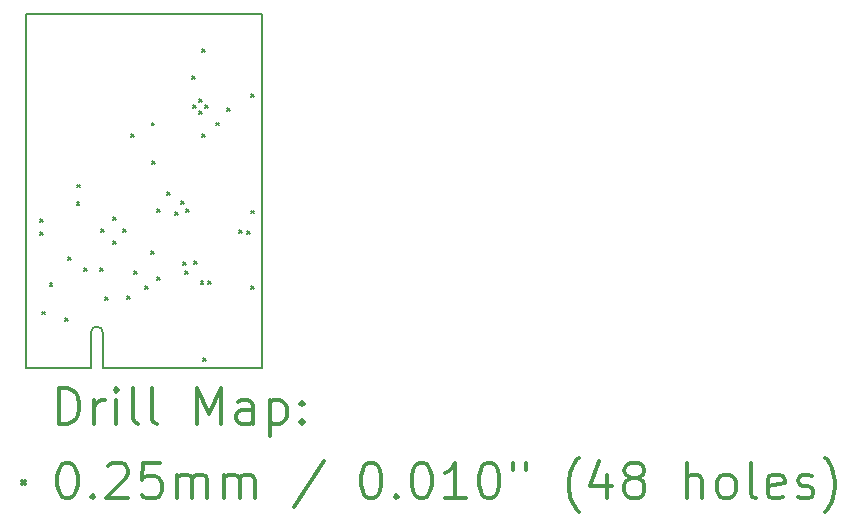
<source format=gbr>
%FSLAX45Y45*%
G04 Gerber Fmt 4.5, Leading zero omitted, Abs format (unit mm)*
G04 Created by KiCad (PCBNEW 5.1.4-e60b266~84~ubuntu16.04.1) date 2019-11-09 12:49:25*
%MOMM*%
%LPD*%
G04 APERTURE LIST*
%ADD10C,0.150000*%
%ADD11C,0.200000*%
%ADD12C,0.300000*%
G04 APERTURE END LIST*
D10*
X550000Y300000D02*
G75*
G02X650000Y300000I50000J0D01*
G01*
X2000000Y0D02*
X650000Y0D01*
X650000Y0D02*
X650000Y300000D01*
X550000Y0D02*
X550000Y300000D01*
X0Y0D02*
X0Y3000000D01*
X550000Y0D02*
X0Y0D01*
X2000000Y3000000D02*
X2000000Y0D01*
X0Y3000000D02*
X2000000Y3000000D01*
D11*
X117500Y1262500D02*
X142500Y1237500D01*
X142500Y1262500D02*
X117500Y1237500D01*
X117500Y1152500D02*
X142500Y1127500D01*
X142500Y1152500D02*
X117500Y1127500D01*
X137500Y477500D02*
X162500Y452500D01*
X162500Y477500D02*
X137500Y452500D01*
X199000Y721000D02*
X224000Y696000D01*
X224000Y721000D02*
X199000Y696000D01*
X327500Y422500D02*
X352500Y397500D01*
X352500Y422500D02*
X327500Y397500D01*
X357500Y942500D02*
X382500Y917500D01*
X382500Y942500D02*
X357500Y917500D01*
X427500Y1407500D02*
X452500Y1382500D01*
X452500Y1407500D02*
X427500Y1382500D01*
X432500Y1552500D02*
X457500Y1527500D01*
X457500Y1552500D02*
X432500Y1527500D01*
X487500Y842500D02*
X512500Y817500D01*
X512500Y842500D02*
X487500Y817500D01*
X627500Y842500D02*
X652500Y817500D01*
X652500Y842500D02*
X627500Y817500D01*
X637500Y1177500D02*
X662500Y1152500D01*
X662500Y1177500D02*
X637500Y1152500D01*
X667500Y597500D02*
X692500Y572500D01*
X692500Y597500D02*
X667500Y572500D01*
X737500Y1277500D02*
X762500Y1252500D01*
X762500Y1277500D02*
X737500Y1252500D01*
X737500Y1077500D02*
X762500Y1052500D01*
X762500Y1077500D02*
X737500Y1052500D01*
X822500Y1177500D02*
X847500Y1152500D01*
X847500Y1177500D02*
X822500Y1152500D01*
X857500Y612500D02*
X882500Y587500D01*
X882500Y612500D02*
X857500Y587500D01*
X892500Y1982500D02*
X917500Y1957500D01*
X917500Y1982500D02*
X892500Y1957500D01*
X912500Y822500D02*
X937500Y797500D01*
X937500Y822500D02*
X912500Y797500D01*
X1010000Y695000D02*
X1035000Y670000D01*
X1035000Y695000D02*
X1010000Y670000D01*
X1057500Y992500D02*
X1082500Y967500D01*
X1082500Y992500D02*
X1057500Y967500D01*
X1062500Y2077500D02*
X1087500Y2052500D01*
X1087500Y2077500D02*
X1062500Y2052500D01*
X1067500Y1752500D02*
X1092500Y1727500D01*
X1092500Y1752500D02*
X1067500Y1727500D01*
X1107500Y1347500D02*
X1132500Y1322500D01*
X1132500Y1347500D02*
X1107500Y1322500D01*
X1107500Y767500D02*
X1132500Y742500D01*
X1132500Y767500D02*
X1107500Y742500D01*
X1192500Y1492500D02*
X1217500Y1467500D01*
X1217500Y1492500D02*
X1192500Y1467500D01*
X1262500Y1322500D02*
X1287500Y1297500D01*
X1287500Y1322500D02*
X1262500Y1297500D01*
X1312500Y1412500D02*
X1337500Y1387500D01*
X1337500Y1412500D02*
X1312500Y1387500D01*
X1332500Y897500D02*
X1357500Y872500D01*
X1357500Y897500D02*
X1332500Y872500D01*
X1342500Y822500D02*
X1367500Y797500D01*
X1367500Y822500D02*
X1342500Y797500D01*
X1357500Y1342500D02*
X1382500Y1317500D01*
X1382500Y1342500D02*
X1357500Y1317500D01*
X1407500Y2472500D02*
X1432500Y2447500D01*
X1432500Y2472500D02*
X1407500Y2447500D01*
X1412500Y2227500D02*
X1437500Y2202500D01*
X1437500Y2227500D02*
X1412500Y2202500D01*
X1422500Y902500D02*
X1447500Y877500D01*
X1447500Y902500D02*
X1422500Y877500D01*
X1462500Y2277500D02*
X1487500Y2252500D01*
X1487500Y2277500D02*
X1462500Y2252500D01*
X1462500Y2177500D02*
X1487500Y2152500D01*
X1487500Y2177500D02*
X1462500Y2152500D01*
X1477500Y732500D02*
X1502500Y707500D01*
X1502500Y732500D02*
X1477500Y707500D01*
X1487500Y2702500D02*
X1512500Y2677500D01*
X1512500Y2702500D02*
X1487500Y2677500D01*
X1487500Y1982500D02*
X1512500Y1957500D01*
X1512500Y1982500D02*
X1487500Y1957500D01*
X1502500Y82500D02*
X1527500Y57500D01*
X1527500Y82500D02*
X1502500Y57500D01*
X1512500Y2227500D02*
X1537500Y2202500D01*
X1537500Y2227500D02*
X1512500Y2202500D01*
X1542500Y732500D02*
X1567500Y707500D01*
X1567500Y732500D02*
X1542500Y707500D01*
X1612500Y2077500D02*
X1637500Y2052500D01*
X1637500Y2077500D02*
X1612500Y2052500D01*
X1702500Y2202500D02*
X1727500Y2177500D01*
X1727500Y2202500D02*
X1702500Y2177500D01*
X1803500Y1163500D02*
X1828500Y1138500D01*
X1828500Y1163500D02*
X1803500Y1138500D01*
X1867500Y1162500D02*
X1892500Y1137500D01*
X1892500Y1162500D02*
X1867500Y1137500D01*
X1902500Y2322500D02*
X1927500Y2297500D01*
X1927500Y2322500D02*
X1902500Y2297500D01*
X1902500Y1332500D02*
X1927500Y1307500D01*
X1927500Y1332500D02*
X1902500Y1307500D01*
X1902500Y692500D02*
X1927500Y667500D01*
X1927500Y692500D02*
X1902500Y667500D01*
D12*
X278928Y-473214D02*
X278928Y-173214D01*
X350357Y-173214D01*
X393214Y-187500D01*
X421786Y-216071D01*
X436071Y-244643D01*
X450357Y-301786D01*
X450357Y-344643D01*
X436071Y-401786D01*
X421786Y-430357D01*
X393214Y-458929D01*
X350357Y-473214D01*
X278928Y-473214D01*
X578928Y-473214D02*
X578928Y-273214D01*
X578928Y-330357D02*
X593214Y-301786D01*
X607500Y-287500D01*
X636071Y-273214D01*
X664643Y-273214D01*
X764643Y-473214D02*
X764643Y-273214D01*
X764643Y-173214D02*
X750357Y-187500D01*
X764643Y-201786D01*
X778928Y-187500D01*
X764643Y-173214D01*
X764643Y-201786D01*
X950357Y-473214D02*
X921786Y-458929D01*
X907500Y-430357D01*
X907500Y-173214D01*
X1107500Y-473214D02*
X1078928Y-458929D01*
X1064643Y-430357D01*
X1064643Y-173214D01*
X1450357Y-473214D02*
X1450357Y-173214D01*
X1550357Y-387500D01*
X1650357Y-173214D01*
X1650357Y-473214D01*
X1921786Y-473214D02*
X1921786Y-316072D01*
X1907500Y-287500D01*
X1878928Y-273214D01*
X1821786Y-273214D01*
X1793214Y-287500D01*
X1921786Y-458929D02*
X1893214Y-473214D01*
X1821786Y-473214D01*
X1793214Y-458929D01*
X1778928Y-430357D01*
X1778928Y-401786D01*
X1793214Y-373214D01*
X1821786Y-358929D01*
X1893214Y-358929D01*
X1921786Y-344643D01*
X2064643Y-273214D02*
X2064643Y-573214D01*
X2064643Y-287500D02*
X2093214Y-273214D01*
X2150357Y-273214D01*
X2178928Y-287500D01*
X2193214Y-301786D01*
X2207500Y-330357D01*
X2207500Y-416071D01*
X2193214Y-444643D01*
X2178928Y-458929D01*
X2150357Y-473214D01*
X2093214Y-473214D01*
X2064643Y-458929D01*
X2336071Y-444643D02*
X2350357Y-458929D01*
X2336071Y-473214D01*
X2321786Y-458929D01*
X2336071Y-444643D01*
X2336071Y-473214D01*
X2336071Y-287500D02*
X2350357Y-301786D01*
X2336071Y-316072D01*
X2321786Y-301786D01*
X2336071Y-287500D01*
X2336071Y-316072D01*
X-32500Y-955000D02*
X-7500Y-980000D01*
X-7500Y-955000D02*
X-32500Y-980000D01*
X336071Y-803214D02*
X364643Y-803214D01*
X393214Y-817500D01*
X407500Y-831786D01*
X421786Y-860357D01*
X436071Y-917500D01*
X436071Y-988929D01*
X421786Y-1046071D01*
X407500Y-1074643D01*
X393214Y-1088929D01*
X364643Y-1103214D01*
X336071Y-1103214D01*
X307500Y-1088929D01*
X293214Y-1074643D01*
X278928Y-1046071D01*
X264643Y-988929D01*
X264643Y-917500D01*
X278928Y-860357D01*
X293214Y-831786D01*
X307500Y-817500D01*
X336071Y-803214D01*
X564643Y-1074643D02*
X578928Y-1088929D01*
X564643Y-1103214D01*
X550357Y-1088929D01*
X564643Y-1074643D01*
X564643Y-1103214D01*
X693214Y-831786D02*
X707500Y-817500D01*
X736071Y-803214D01*
X807500Y-803214D01*
X836071Y-817500D01*
X850357Y-831786D01*
X864643Y-860357D01*
X864643Y-888929D01*
X850357Y-931786D01*
X678928Y-1103214D01*
X864643Y-1103214D01*
X1136071Y-803214D02*
X993214Y-803214D01*
X978928Y-946071D01*
X993214Y-931786D01*
X1021786Y-917500D01*
X1093214Y-917500D01*
X1121786Y-931786D01*
X1136071Y-946071D01*
X1150357Y-974643D01*
X1150357Y-1046071D01*
X1136071Y-1074643D01*
X1121786Y-1088929D01*
X1093214Y-1103214D01*
X1021786Y-1103214D01*
X993214Y-1088929D01*
X978928Y-1074643D01*
X1278928Y-1103214D02*
X1278928Y-903214D01*
X1278928Y-931786D02*
X1293214Y-917500D01*
X1321786Y-903214D01*
X1364643Y-903214D01*
X1393214Y-917500D01*
X1407500Y-946071D01*
X1407500Y-1103214D01*
X1407500Y-946071D02*
X1421786Y-917500D01*
X1450357Y-903214D01*
X1493214Y-903214D01*
X1521786Y-917500D01*
X1536071Y-946071D01*
X1536071Y-1103214D01*
X1678928Y-1103214D02*
X1678928Y-903214D01*
X1678928Y-931786D02*
X1693214Y-917500D01*
X1721786Y-903214D01*
X1764643Y-903214D01*
X1793214Y-917500D01*
X1807500Y-946071D01*
X1807500Y-1103214D01*
X1807500Y-946071D02*
X1821786Y-917500D01*
X1850357Y-903214D01*
X1893214Y-903214D01*
X1921786Y-917500D01*
X1936071Y-946071D01*
X1936071Y-1103214D01*
X2521786Y-788929D02*
X2264643Y-1174643D01*
X2907500Y-803214D02*
X2936071Y-803214D01*
X2964643Y-817500D01*
X2978928Y-831786D01*
X2993214Y-860357D01*
X3007500Y-917500D01*
X3007500Y-988929D01*
X2993214Y-1046071D01*
X2978928Y-1074643D01*
X2964643Y-1088929D01*
X2936071Y-1103214D01*
X2907500Y-1103214D01*
X2878928Y-1088929D01*
X2864643Y-1074643D01*
X2850357Y-1046071D01*
X2836071Y-988929D01*
X2836071Y-917500D01*
X2850357Y-860357D01*
X2864643Y-831786D01*
X2878928Y-817500D01*
X2907500Y-803214D01*
X3136071Y-1074643D02*
X3150357Y-1088929D01*
X3136071Y-1103214D01*
X3121786Y-1088929D01*
X3136071Y-1074643D01*
X3136071Y-1103214D01*
X3336071Y-803214D02*
X3364643Y-803214D01*
X3393214Y-817500D01*
X3407500Y-831786D01*
X3421786Y-860357D01*
X3436071Y-917500D01*
X3436071Y-988929D01*
X3421786Y-1046071D01*
X3407500Y-1074643D01*
X3393214Y-1088929D01*
X3364643Y-1103214D01*
X3336071Y-1103214D01*
X3307500Y-1088929D01*
X3293214Y-1074643D01*
X3278928Y-1046071D01*
X3264643Y-988929D01*
X3264643Y-917500D01*
X3278928Y-860357D01*
X3293214Y-831786D01*
X3307500Y-817500D01*
X3336071Y-803214D01*
X3721786Y-1103214D02*
X3550357Y-1103214D01*
X3636071Y-1103214D02*
X3636071Y-803214D01*
X3607500Y-846071D01*
X3578928Y-874643D01*
X3550357Y-888929D01*
X3907500Y-803214D02*
X3936071Y-803214D01*
X3964643Y-817500D01*
X3978928Y-831786D01*
X3993214Y-860357D01*
X4007500Y-917500D01*
X4007500Y-988929D01*
X3993214Y-1046071D01*
X3978928Y-1074643D01*
X3964643Y-1088929D01*
X3936071Y-1103214D01*
X3907500Y-1103214D01*
X3878928Y-1088929D01*
X3864643Y-1074643D01*
X3850357Y-1046071D01*
X3836071Y-988929D01*
X3836071Y-917500D01*
X3850357Y-860357D01*
X3864643Y-831786D01*
X3878928Y-817500D01*
X3907500Y-803214D01*
X4121786Y-803214D02*
X4121786Y-860357D01*
X4236071Y-803214D02*
X4236071Y-860357D01*
X4678928Y-1217500D02*
X4664643Y-1203214D01*
X4636071Y-1160357D01*
X4621786Y-1131786D01*
X4607500Y-1088929D01*
X4593214Y-1017500D01*
X4593214Y-960357D01*
X4607500Y-888929D01*
X4621786Y-846071D01*
X4636071Y-817500D01*
X4664643Y-774643D01*
X4678928Y-760357D01*
X4921786Y-903214D02*
X4921786Y-1103214D01*
X4850357Y-788929D02*
X4778928Y-1003214D01*
X4964643Y-1003214D01*
X5121786Y-931786D02*
X5093214Y-917500D01*
X5078928Y-903214D01*
X5064643Y-874643D01*
X5064643Y-860357D01*
X5078928Y-831786D01*
X5093214Y-817500D01*
X5121786Y-803214D01*
X5178928Y-803214D01*
X5207500Y-817500D01*
X5221786Y-831786D01*
X5236071Y-860357D01*
X5236071Y-874643D01*
X5221786Y-903214D01*
X5207500Y-917500D01*
X5178928Y-931786D01*
X5121786Y-931786D01*
X5093214Y-946071D01*
X5078928Y-960357D01*
X5064643Y-988929D01*
X5064643Y-1046071D01*
X5078928Y-1074643D01*
X5093214Y-1088929D01*
X5121786Y-1103214D01*
X5178928Y-1103214D01*
X5207500Y-1088929D01*
X5221786Y-1074643D01*
X5236071Y-1046071D01*
X5236071Y-988929D01*
X5221786Y-960357D01*
X5207500Y-946071D01*
X5178928Y-931786D01*
X5593214Y-1103214D02*
X5593214Y-803214D01*
X5721786Y-1103214D02*
X5721786Y-946071D01*
X5707500Y-917500D01*
X5678928Y-903214D01*
X5636071Y-903214D01*
X5607500Y-917500D01*
X5593214Y-931786D01*
X5907500Y-1103214D02*
X5878928Y-1088929D01*
X5864643Y-1074643D01*
X5850357Y-1046071D01*
X5850357Y-960357D01*
X5864643Y-931786D01*
X5878928Y-917500D01*
X5907500Y-903214D01*
X5950357Y-903214D01*
X5978928Y-917500D01*
X5993214Y-931786D01*
X6007500Y-960357D01*
X6007500Y-1046071D01*
X5993214Y-1074643D01*
X5978928Y-1088929D01*
X5950357Y-1103214D01*
X5907500Y-1103214D01*
X6178928Y-1103214D02*
X6150357Y-1088929D01*
X6136071Y-1060357D01*
X6136071Y-803214D01*
X6407500Y-1088929D02*
X6378928Y-1103214D01*
X6321786Y-1103214D01*
X6293214Y-1088929D01*
X6278928Y-1060357D01*
X6278928Y-946071D01*
X6293214Y-917500D01*
X6321786Y-903214D01*
X6378928Y-903214D01*
X6407500Y-917500D01*
X6421786Y-946071D01*
X6421786Y-974643D01*
X6278928Y-1003214D01*
X6536071Y-1088929D02*
X6564643Y-1103214D01*
X6621786Y-1103214D01*
X6650357Y-1088929D01*
X6664643Y-1060357D01*
X6664643Y-1046071D01*
X6650357Y-1017500D01*
X6621786Y-1003214D01*
X6578928Y-1003214D01*
X6550357Y-988929D01*
X6536071Y-960357D01*
X6536071Y-946071D01*
X6550357Y-917500D01*
X6578928Y-903214D01*
X6621786Y-903214D01*
X6650357Y-917500D01*
X6764643Y-1217500D02*
X6778928Y-1203214D01*
X6807500Y-1160357D01*
X6821786Y-1131786D01*
X6836071Y-1088929D01*
X6850357Y-1017500D01*
X6850357Y-960357D01*
X6836071Y-888929D01*
X6821786Y-846071D01*
X6807500Y-817500D01*
X6778928Y-774643D01*
X6764643Y-760357D01*
M02*

</source>
